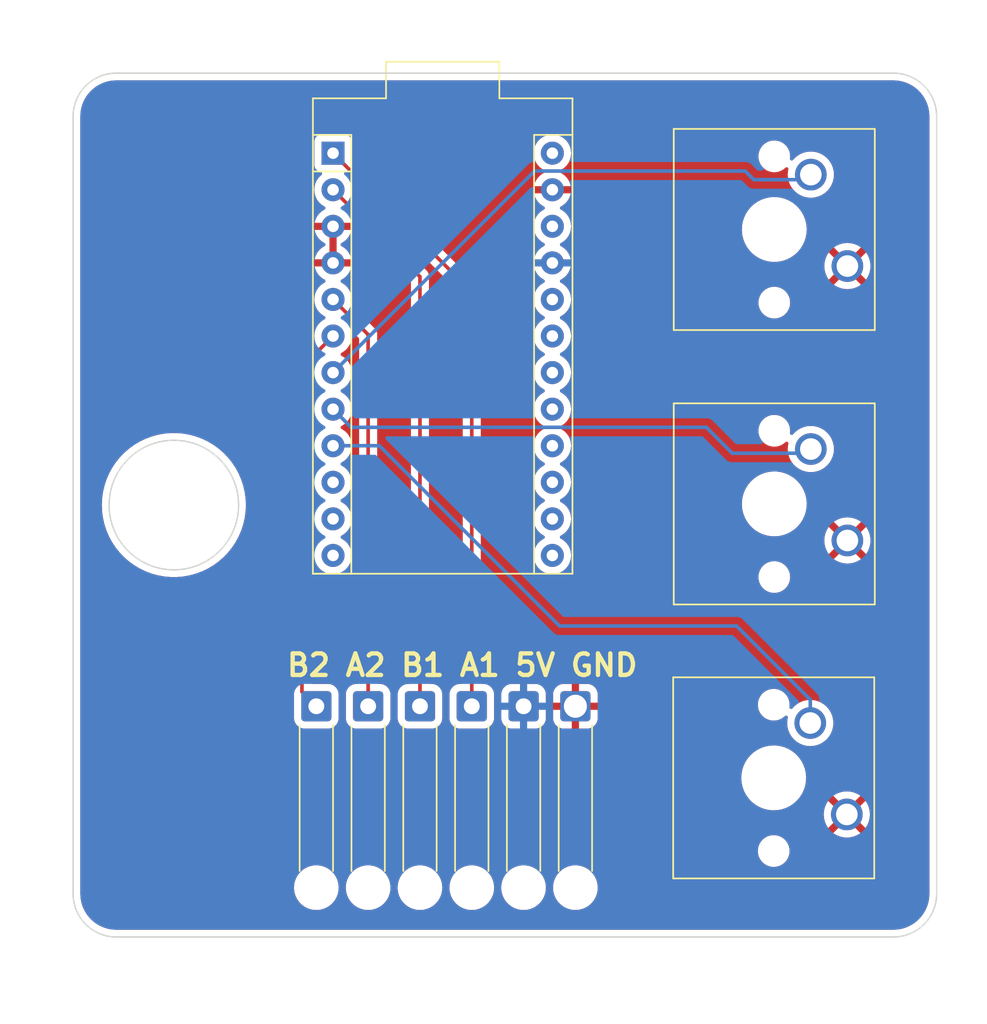
<source format=kicad_pcb>
(kicad_pcb (version 20221018) (generator pcbnew)
  (layers (0 "F.Cu" signal) (31 "B.Cu" signal) (34 "B.Paste" user) (35 "F.Paste" user) (36 "B.SilkS" user "B.Silkscreen") (37 "F.SilkS" user "F.Silkscreen") (38 "B.Mask" user) (39 "F.Mask" user) (44 "Edge.Cuts" user))
  (net 0 "")
  (net 14 "GND")
  (net 15 "+5V")
  (net 16 "B1")
  (net 17 "A1")
  (net 18 "A2")
  (net 19 "B2")
  (net 20 "LEFT")
  (net 21 "MIDDLE")
  (net 22 "RIGHT")
  (footprint "Button_Switch_Keyboard:SW_Cherry_MX_1.00u_PCB" (layer "F.Cu") (at 53.8 32.46 -90)
    (fp_text reference "SW2" hide)
    (fp_text value "SW_Push")
    (fp_line (start -9.525 -1.905) (end 4.445 -1.905) (stroke (width 0.12)) (layer "F.SilkS"))
    (fp_line (start -9.525 12.065) (end -9.525 -1.905) (stroke (width 0.12)) (layer "F.SilkS"))
    (fp_line (start 4.445 -1.905) (end 4.445 12.065) (stroke (width 0.12)) (layer "F.SilkS"))
    (fp_line (start 4.445 12.065) (end -9.525 12.065) (stroke (width 0.12)) (layer "F.SilkS"))
    (pad "" np_thru_hole circle (at -7.62 5.08 270) (size 1.7 1.7) (drill 1.7) (layers "*.Cu" "*.Mask"))
    (pad "" np_thru_hole circle (at -2.54 5.08 270) (size 4 4) (drill 4) (layers "*.Cu" "*.Mask"))
    (pad "" np_thru_hole circle (at 2.54 5.08 270) (size 1.7 1.7) (drill 1.7) (layers "*.Cu" "*.Mask"))
    (pad "1" thru_hole circle (at 0 0 270) (size 2.2 2.2) (drill 1.5) (layers "*.Cu" "*.Mask") (net 14 "GND"))
    (pad "2" thru_hole circle (at -6.35 2.54 270) (size 2.2 2.2) (drill 1.5) (layers "*.Cu" "*.Mask") (net 21 "MIDDLE"))
  )
  (footprint "Connector_Wire:SolderWire-0.5sqmm_1x01_D0.9mm_OD2.1mm_Relief" (layer "F.Cu") (at 27.7 43.975)
    (fp_text reference "J10" hide)
    (fp_text value "Conn_01x01")
    (fp_line (start -1.16 1.31) (end -1.16 11.44) (stroke (width 0.12)) (layer "F.SilkS"))
    (fp_line (start 1.16 1.31) (end 1.16 11.44) (stroke (width 0.12)) (layer "F.SilkS"))
    (pad "" np_thru_hole circle (at 0 12.6) (size 2.6 2.6) (drill 2.6) (layers "*.Cu" "*.Mask"))
    (pad "1" thru_hole roundrect (at 0 0) (size 2.1 2.1) (drill 1.1) (layers "*.Cu" "*.Mask") (roundrect_rratio 0.1190480952) (net 17 "A1"))
  )
  (footprint "Connector_Wire:SolderWire-0.5sqmm_1x01_D0.9mm_OD2.1mm_Relief" (layer "F.Cu") (at 16.9 43.975)
    (fp_text reference "J6" hide)
    (fp_text value "Conn_01x01")
    (fp_line (start -1.16 1.31) (end -1.16 11.44) (stroke (width 0.12)) (layer "F.SilkS"))
    (fp_line (start 1.16 1.31) (end 1.16 11.44) (stroke (width 0.12)) (layer "F.SilkS"))
    (pad "" np_thru_hole circle (at 0 12.6) (size 2.6 2.6) (drill 2.6) (layers "*.Cu" "*.Mask"))
    (pad "1" thru_hole roundrect (at 0 0) (size 2.1 2.1) (drill 1.1) (layers "*.Cu" "*.Mask") (roundrect_rratio 0.1190480952) (net 19 "B2"))
  )
  (footprint "Arduino:Sparkfun_Pro_Micro" (layer "F.Cu") (at 33.3 33.5 180)
    (fp_text reference "U1" hide)
    (fp_text value "Sparkfun_Pro_Micro")
    (fp_line (start -1.397 -1.27) (end -1.397 31.75) (stroke (width 0.12)) (layer "F.SilkS"))
    (fp_line (start -1.397 31.75) (end 3.683 31.75) (stroke (width 0.12)) (layer "F.SilkS"))
    (fp_line (start 1.27 -1.27) (end -1.397 -1.27) (stroke (width 0.12)) (layer "F.SilkS"))
    (fp_line (start 1.27 1.27) (end 1.27 -1.27) (stroke (width 0.12)) (layer "F.SilkS"))
    (fp_line (start 1.27 1.27) (end 1.27 29.21) (stroke (width 0.12)) (layer "F.SilkS"))
    (fp_line (start 1.27 29.21) (end -1.4 29.21) (stroke (width 0.12)) (layer "F.SilkS"))
    (fp_line (start 3.683 34.29) (end 3.683 31.75) (stroke (width 0.12)) (layer "F.SilkS"))
    (fp_line (start 3.683 34.29) (end 11.557 34.29) (stroke (width 0.12)) (layer "F.SilkS"))
    (fp_line (start 11.557 31.75) (end 16.637 31.75) (stroke (width 0.12)) (layer "F.SilkS"))
    (fp_line (start 11.557 34.29) (end 11.557 31.75) (stroke (width 0.12)) (layer "F.SilkS"))
    (fp_line (start 13.97 -1.27) (end 13.97 29.21) (stroke (width 0.12)) (layer "F.SilkS"))
    (fp_line (start 13.97 -1.27) (end 16.64 -1.27) (stroke (width 0.12)) (layer "F.SilkS"))
    (fp_line (start 13.97 26.67) (end 16.64 26.67) (stroke (width 0.12)) (layer "F.SilkS"))
    (fp_line (start 13.97 29.21) (end 16.64 29.21) (stroke (width 0.12)) (layer "F.SilkS"))
    (fp_line (start 16.637 -1.27) (end 1.27 -1.27) (stroke (width 0.12)) (layer "F.SilkS"))
    (fp_line (start 16.637 31.75) (end 16.64 -1.27) (stroke (width 0.12)) (layer "F.SilkS"))
    (pad "1" thru_hole rect (at 15.24 27.94 180) (size 1.6 1.6) (drill 0.8) (layers "*.Cu" "*.Mask") (net 17 "A1"))
    (pad "2" thru_hole oval (at 15.24 25.4 180) (size 1.6 1.6) (drill 0.8) (layers "*.Cu" "*.Mask") (net 16 "B1"))
    (pad "3" thru_hole oval (at 15.24 22.86 180) (size 1.6 1.6) (drill 0.8) (layers "*.Cu" "*.Mask") (net 14 "GND"))
    (pad "4" thru_hole oval (at 15.24 20.32 180) (size 1.6 1.6) (drill 0.8) (layers "*.Cu" "*.Mask") (net 14 "GND"))
    (pad "5" thru_hole oval (at 15.24 17.78 180) (size 1.6 1.6) (drill 0.8) (layers "*.Cu" "*.Mask") (net 18 "A2"))
    (pad "6" thru_hole oval (at 15.24 15.24 180) (size 1.6 1.6) (drill 0.8) (layers "*.Cu" "*.Mask") (net 19 "B2"))
    (pad "7" thru_hole oval (at 15.24 12.7 180) (size 1.6 1.6) (drill 0.8) (layers "*.Cu" "*.Mask") (net 20 "LEFT"))
    (pad "8" thru_hole oval (at 15.24 10.16 180) (size 1.6 1.6) (drill 0.8) (layers "*.Cu" "*.Mask") (net 21 "MIDDLE"))
    (pad "9" thru_hole oval (at 15.24 7.62 180) (size 1.6 1.6) (drill 0.8) (layers "*.Cu" "*.Mask") (net 22 "RIGHT"))
    (pad "10" thru_hole oval (at 15.24 5.08 180) (size 1.6 1.6) (drill 0.8) (layers "*.Cu" "*.Mask"))
    (pad "11" thru_hole oval (at 15.24 2.54 180) (size 1.6 1.6) (drill 0.8) (layers "*.Cu" "*.Mask"))
    (pad "12" thru_hole oval (at 15.24 0 180) (size 1.6 1.6) (drill 0.8) (layers "*.Cu" "*.Mask"))
    (pad "13" thru_hole oval (at 0 0 180) (size 1.6 1.6) (drill 0.8) (layers "*.Cu" "*.Mask"))
    (pad "14" thru_hole oval (at 0 2.54 180) (size 1.6 1.6) (drill 0.8) (layers "*.Cu" "*.Mask"))
    (pad "15" thru_hole oval (at 0 5.08 180) (size 1.6 1.6) (drill 0.8) (layers "*.Cu" "*.Mask"))
    (pad "16" thru_hole oval (at 0 7.62 180) (size 1.6 1.6) (drill 0.8) (layers "*.Cu" "*.Mask"))
    (pad "17" thru_hole oval (at 0 10.16 180) (size 1.6 1.6) (drill 0.8) (layers "*.Cu" "*.Mask"))
    (pad "18" thru_hole oval (at 0 12.7 180) (size 1.6 1.6) (drill 0.8) (layers "*.Cu" "*.Mask"))
    (pad "19" thru_hole oval (at 0 15.24 180) (size 1.6 1.6) (drill 0.8) (layers "*.Cu" "*.Mask"))
    (pad "20" thru_hole oval (at 0 17.78 180) (size 1.6 1.6) (drill 0.8) (layers "*.Cu" "*.Mask"))
    (pad "21" thru_hole oval (at 0 20.32 180) (size 1.6 1.6) (drill 0.8) (layers "*.Cu" "*.Mask") (net 15 "+5V"))
    (pad "22" thru_hole oval (at 0 22.86 180) (size 1.6 1.6) (drill 0.8) (layers "*.Cu" "*.Mask"))
    (pad "23" thru_hole oval (at 0 25.4 180) (size 1.6 1.6) (drill 0.8) (layers "*.Cu" "*.Mask") (net 14 "GND"))
    (pad "24" thru_hole oval (at 0 27.94 180) (size 1.6 1.6) (drill 0.8) (layers "*.Cu" "*.Mask"))
  )
  (footprint "Connector_Wire:SolderWire-0.5sqmm_1x01_D0.9mm_OD2.1mm_Relief" (layer "F.Cu") (at 24.1 43.975)
    (fp_text reference "J11" hide)
    (fp_text value "Conn_01x01")
    (fp_line (start -1.16 1.31) (end -1.16 11.44) (stroke (width 0.12)) (layer "F.SilkS"))
    (fp_line (start 1.16 1.31) (end 1.16 11.44) (stroke (width 0.12)) (layer "F.SilkS"))
    (pad "" np_thru_hole circle (at 0 12.6) (size 2.6 2.6) (drill 2.6) (layers "*.Cu" "*.Mask"))
    (pad "1" thru_hole roundrect (at 0 0) (size 2.1 2.1) (drill 1.1) (layers "*.Cu" "*.Mask") (roundrect_rratio 0.1190480952) (net 16 "B1"))
  )
  (footprint "Button_Switch_Keyboard:SW_Cherry_MX_1.00u_PCB" (layer "F.Cu") (at 53.76 51.49 -90)
    (fp_text reference "SW3" hide)
    (fp_text value "SW_Push")
    (fp_line (start -9.525 -1.905) (end 4.445 -1.905) (stroke (width 0.12)) (layer "F.SilkS"))
    (fp_line (start -9.525 12.065) (end -9.525 -1.905) (stroke (width 0.12)) (layer "F.SilkS"))
    (fp_line (start 4.445 -1.905) (end 4.445 12.065) (stroke (width 0.12)) (layer "F.SilkS"))
    (fp_line (start 4.445 12.065) (end -9.525 12.065) (stroke (width 0.12)) (layer "F.SilkS"))
    (pad "" np_thru_hole circle (at -7.62 5.08 270) (size 1.7 1.7) (drill 1.7) (layers "*.Cu" "*.Mask"))
    (pad "" np_thru_hole circle (at -2.54 5.08 270) (size 4 4) (drill 4) (layers "*.Cu" "*.Mask"))
    (pad "" np_thru_hole circle (at 2.54 5.08 270) (size 1.7 1.7) (drill 1.7) (layers "*.Cu" "*.Mask"))
    (pad "1" thru_hole circle (at 0 0 270) (size 2.2 2.2) (drill 1.5) (layers "*.Cu" "*.Mask") (net 14 "GND"))
    (pad "2" thru_hole circle (at -6.35 2.54 270) (size 2.2 2.2) (drill 1.5) (layers "*.Cu" "*.Mask") (net 22 "RIGHT"))
  )
  (footprint "Connector_Wire:SolderWire-0.5sqmm_1x01_D0.9mm_OD2.1mm_Relief" (layer "F.Cu") (at 20.5 43.975)
    (fp_text reference "J8" hide)
    (fp_text value "Conn_01x01")
    (fp_line (start -1.16 1.31) (end -1.16 11.44) (stroke (width 0.12)) (layer "F.SilkS"))
    (fp_line (start 1.16 1.31) (end 1.16 11.44) (stroke (width 0.12)) (layer "F.SilkS"))
    (pad "" np_thru_hole circle (at 0 12.6) (size 2.6 2.6) (drill 2.6) (layers "*.Cu" "*.Mask"))
    (pad "1" thru_hole roundrect (at 0 0) (size 2.1 2.1) (drill 1.1) (layers "*.Cu" "*.Mask") (roundrect_rratio 0.1190480952) (net 18 "A2"))
  )
  (footprint "Button_Switch_Keyboard:SW_Cherry_MX_1.00u_PCB" (layer "F.Cu") (at 53.8 13.4 -90)
    (fp_text reference "SW1" hide)
    (fp_text value "SW_Push")
    (fp_line (start -9.525 -1.905) (end 4.445 -1.905) (stroke (width 0.12)) (layer "F.SilkS"))
    (fp_line (start -9.525 12.065) (end -9.525 -1.905) (stroke (width 0.12)) (layer "F.SilkS"))
    (fp_line (start 4.445 -1.905) (end 4.445 12.065) (stroke (width 0.12)) (layer "F.SilkS"))
    (fp_line (start 4.445 12.065) (end -9.525 12.065) (stroke (width 0.12)) (layer "F.SilkS"))
    (pad "" np_thru_hole circle (at -7.62 5.08 270) (size 1.7 1.7) (drill 1.7) (layers "*.Cu" "*.Mask"))
    (pad "" np_thru_hole circle (at -2.54 5.08 270) (size 4 4) (drill 4) (layers "*.Cu" "*.Mask"))
    (pad "" np_thru_hole circle (at 2.54 5.08 270) (size 1.7 1.7) (drill 1.7) (layers "*.Cu" "*.Mask"))
    (pad "1" thru_hole circle (at 0 0 270) (size 2.2 2.2) (drill 1.5) (layers "*.Cu" "*.Mask") (net 14 "GND"))
    (pad "2" thru_hole circle (at -6.35 2.54 270) (size 2.2 2.2) (drill 1.5) (layers "*.Cu" "*.Mask") (net 20 "LEFT"))
  )
  (footprint "Connector_Wire:SolderWire-0.5sqmm_1x01_D0.9mm_OD2.1mm_Relief" (layer "F.Cu") (at 34.9 43.975)
    (fp_text reference "J1" hide)
    (fp_text value "Conn_01x01")
    (fp_line (start -1.16 1.31) (end -1.16 11.44) (stroke (width 0.12)) (layer "F.SilkS"))
    (fp_line (start 1.16 1.31) (end 1.16 11.44) (stroke (width 0.12)) (layer "F.SilkS"))
    (pad "" np_thru_hole circle (at 0 12.6) (size 2.6 2.6) (drill 2.6) (layers "*.Cu" "*.Mask"))
    (pad "1" thru_hole roundrect (at 0 0) (size 2.1 2.1) (drill 1.6) (layers "*.Cu" "*.Mask") (roundrect_rratio 0.1190480952) (net 14 "GND"))
  )
  (footprint "Connector_Wire:SolderWire-0.5sqmm_1x01_D0.9mm_OD2.1mm_Relief" (layer "F.Cu") (at 31.3 43.975)
    (fp_text reference "J9" hide)
    (fp_text value "Conn_01x01")
    (fp_line (start -1.16 1.31) (end -1.16 11.44) (stroke (width 0.12)) (layer "F.SilkS"))
    (fp_line (start 1.16 1.31) (end 1.16 11.44) (stroke (width 0.12)) (layer "F.SilkS"))
    (pad "" np_thru_hole circle (at 0 12.6) (size 2.6 2.6) (drill 2.6) (layers "*.Cu" "*.Mask"))
    (pad "1" thru_hole roundrect (at 0 0) (size 2.1 2.1) (drill 1.1) (layers "*.Cu" "*.Mask") (roundrect_rratio 0.1190480952) (net 15 "+5V"))
  )
  (gr_arc (start 60 57) (mid 59.121321 59.121321) (end 57 60) (stroke (width 0.1)) (layer "Edge.Cuts"))
  (gr_line (start 0 3) (end 0 57) (stroke (width 0.1)) (layer "Edge.Cuts"))
  (gr_arc (start 3 60) (mid 0.878679 59.121321) (end 0 57) (stroke (width 0.1)) (layer "Edge.Cuts"))
  (gr_arc (start 57 0) (mid 59.121321 0.878679) (end 60 3) (stroke (width 0.1)) (layer "Edge.Cuts"))
  (gr_line (start 60 3) (end 60 57) (stroke (width 0.1)) (layer "Edge.Cuts"))
  (gr_arc (start 0 3) (mid 0.878679 0.878679) (end 3 0) (stroke (width 0.1)) (layer "Edge.Cuts"))
  (gr_line (start 3 0) (end 57 0) (stroke (width 0.1)) (layer "Edge.Cuts"))
  (gr_line (start 57 60) (end 3 60) (stroke (width 0.1)) (layer "Edge.Cuts"))
  (gr_circle (center 7 30) (end 11.5 30) (stroke (width 0.1)) (fill none) (layer "Edge.Cuts"))
  (gr_text "B2 A2 B1 A1 5V GND" (at 14.7 42) (layer "F.SilkS") (effects (font (size 1.5 1.5) (thickness 0.3) bold) (justify left bottom)))
  (segment (start 24.1 14.14) (end 24.1 43.975) (width 0.25) (layer "F.Cu") (net 16))
  (segment (start 18.06 8.1) (end 24.1 14.14) (width 0.25) (layer "F.Cu") (net 16))
  (segment (start 27.7 15.2) (end 27.7 43.975) (width 0.25) (layer "F.Cu") (net 17))
  (segment (start 18.06 5.56) (end 27.7 15.2) (width 0.25) (layer "F.Cu") (net 17))
  (segment (start 18.06 15.72) (end 20.5 18.16) (width 0.25) (layer "F.Cu") (net 18))
  (segment (start 20.5 18.16) (end 20.5 43.975) (width 0.25) (layer "F.Cu") (net 18))
  (segment (start 18.06 18.26) (end 15.9 20.42) (width 0.25) (layer "F.Cu") (net 19))
  (segment (start 15.9 20.42) (end 15.9 42.975) (width 0.25) (layer "F.Cu") (net 19))
  (segment (start 15.9 42.975) (end 16.9 43.975) (width 0.25) (layer "F.Cu") (net 19))
  (segment (start 32.06 6.8) (end 46.7 6.8) (width 0.25) (layer "B.Cu") (net 20))
  (segment (start 50.91 7.4) (end 51.26 7.05) (width 0.25) (layer "B.Cu") (net 20))
  (segment (start 18.06 20.8) (end 32.06 6.8) (width 0.25) (layer "B.Cu") (net 20))
  (segment (start 47.3 7.4) (end 50.91 7.4) (width 0.25) (layer "B.Cu") (net 20))
  (segment (start 46.7 6.8) (end 47.3 7.4) (width 0.25) (layer "B.Cu") (net 20))
  (segment (start 50.97 26.4) (end 51.26 26.11) (width 0.25) (layer "B.Cu") (net 21))
  (segment (start 44 24.6) (end 45.8 26.4) (width 0.25) (layer "B.Cu") (net 21))
  (segment (start 18.06 23.34) (end 19.32 24.6) (width 0.25) (layer "B.Cu") (net 21))
  (segment (start 45.8 26.4) (end 50.97 26.4) (width 0.25) (layer "B.Cu") (net 21))
  (segment (start 19.32 24.6) (end 44 24.6) (width 0.25) (layer "B.Cu") (net 21))
  (segment (start 18.06 25.88) (end 21.28 25.88) (width 0.25) (layer "B.Cu") (net 22))
  (segment (start 46.1 38.4) (end 51.22 43.52) (width 0.25) (layer "B.Cu") (net 22))
  (segment (start 51.22 43.52) (end 51.22 45.14) (width 0.25) (layer "B.Cu") (net 22))
  (segment (start 21.28 25.88) (end 33.8 38.4) (width 0.25) (layer "B.Cu") (net 22))
  (segment (start 33.8 38.4) (end 46.1 38.4) (width 0.25) (layer "B.Cu") (net 22))
  (zone (net 14) (net_name "GND") (layer "F.Cu") (connect_pads (clearance 0.5)) (min_thickness 0.25) (fill yes (thermal_gap 0.5) (thermal_bridge_width 0.5))
    (polygon (pts (xy -2.54 -2.54) (xy -2.54 63.5) (xy 60.96 63.5) (xy 60.96 -2.54)))
  )
  (zone (net 15) (net_name "+5V") (layer "B.Cu") (priority 1) (connect_pads (clearance 0.5)) (min_thickness 0.25) (fill yes (thermal_gap 0.5) (thermal_bridge_width 0.5))
    (polygon (pts (xy -5.08 -5.08) (xy -5.08 66.04) (xy 63.5 66.04) (xy 63.5 -5.08) (xy -2.54 -5.08)))
  )
)
</source>
